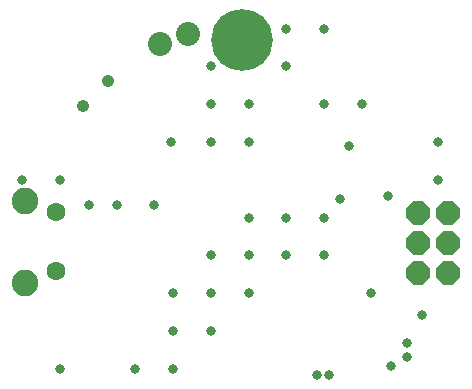
<source format=gbs>
G75*
%MOIN*%
%OFA0B0*%
%FSLAX25Y25*%
%IPPOS*%
%LPD*%
%AMOC8*
5,1,8,0,0,1.08239X$1,22.5*
%
%ADD10C,0.20600*%
%ADD11C,0.08000*%
%ADD12C,0.06309*%
%ADD13C,0.08868*%
%ADD14OC8,0.08000*%
%ADD15C,0.04143*%
%ADD16C,0.03300*%
D10*
X0084620Y0162780D03*
D11*
X0066686Y0164742D03*
X0057295Y0161306D03*
D12*
X0022930Y0105144D03*
X0022930Y0085459D03*
D13*
X0012341Y0081524D03*
X0012295Y0109096D03*
D14*
X0143461Y0104976D03*
X0143461Y0094976D03*
X0143461Y0084976D03*
X0153461Y0084976D03*
X0153461Y0094976D03*
X0153461Y0104976D03*
D15*
X0040028Y0148938D03*
X0031676Y0140586D03*
D16*
X0023977Y0053003D03*
X0049174Y0053003D03*
X0061772Y0053003D03*
X0061772Y0065601D03*
X0061772Y0078199D03*
X0074371Y0078199D03*
X0074371Y0065601D03*
X0086969Y0078199D03*
X0086969Y0090798D03*
X0086969Y0103396D03*
X0099567Y0103396D03*
X0099567Y0090798D03*
X0112166Y0090798D03*
X0112166Y0103396D03*
X0117284Y0109696D03*
X0133426Y0110680D03*
X0149961Y0115995D03*
X0149961Y0128593D03*
X0124764Y0141192D03*
X0112166Y0141192D03*
X0120434Y0127412D03*
X0099567Y0153790D03*
X0099567Y0166388D03*
X0112166Y0166388D03*
X0086969Y0141192D03*
X0074371Y0141192D03*
X0074371Y0153790D03*
X0074371Y0128593D03*
X0086969Y0128593D03*
X0060985Y0128593D03*
X0055473Y0107727D03*
X0043268Y0107727D03*
X0033819Y0107727D03*
X0023977Y0115995D03*
X0011378Y0115995D03*
X0074371Y0090798D03*
X0109804Y0051034D03*
X0113741Y0051034D03*
X0134607Y0053790D03*
X0139725Y0056940D03*
X0139725Y0061664D03*
X0144843Y0071113D03*
X0127715Y0078128D03*
M02*

</source>
